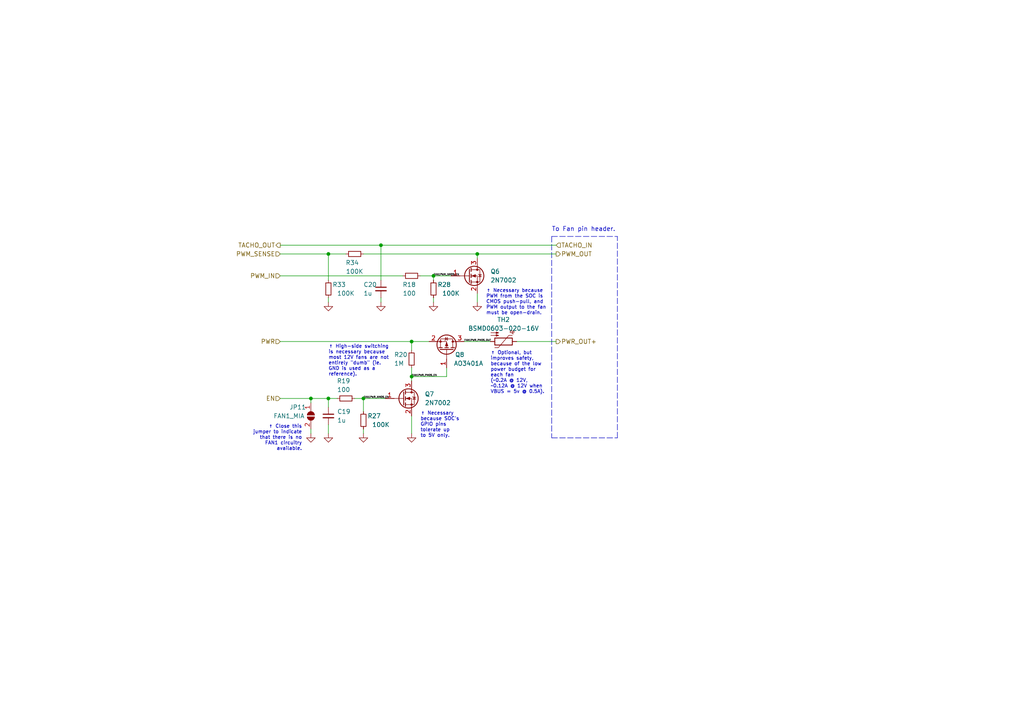
<source format=kicad_sch>
(kicad_sch (version 20211123) (generator eeschema)
  (paper "A4")
  (lib_symbols
    (symbol "Device:C_Small" (pin_numbers hide) (pin_names (offset 0.254) hide)
      (property "Reference" "C" (at 0.254 1.778 0))
      (property "Value" "C_Small" (at 0.254 -2.032 0))
      (symbol "C_Small_0_1"
        (polyline (pts (xy -1.524 -0.508) (xy 1.524 -0.508)) (stroke (width 0.3302)))
        (polyline (pts (xy -1.524 0.508) (xy 1.524 0.508)) (stroke (width 0.3048)))
      )
      (symbol "C_Small_1_1"
        (pin passive line (at 0 2.54 270) (length 2.032) (name "~") (number "1"))
        (pin passive line (at 0 -2.54 90) (length 2.032) (name "~") (number "2"))
      )
    )
    (symbol "Device:R_Small" (pin_numbers hide) (pin_names (offset 0.254) hide)
      (property "Reference" "R" (at 0.762 0.508 0))
      (property "Value" "R_Small" (at 0.762 -1.016 0))
      (symbol "R_Small_0_1"
        (rectangle (start -0.762 1.778) (end 0.762 -1.778) (stroke (width 0.2032)))
      )
      (symbol "R_Small_1_1"
        (pin passive line (at 0 2.54 270) (length 0.762) (name "~") (number "1"))
        (pin passive line (at 0 -2.54 90) (length 0.762) (name "~") (number "2"))
      )
    )
    (symbol "Device:Thermistor_PTC" (pin_numbers hide) (pin_names (offset 0))
      (property "Reference" "TH" (at -4.064 0 90))
      (property "Value" "Thermistor_PTC" (at 3.048 0 90))
      (symbol "Thermistor_PTC_0_1"
        (arc (start -3.048 2.159) (mid -3.0495 2.3143) (end -3.175 2.413))
        (arc (start -3.048 2.159) (mid -2.9736 1.9794) (end -2.794 1.905))
        (arc (start -3.048 2.794) (mid -2.9736 2.6144) (end -2.794 2.54))
        (arc (start -2.794 1.905) (mid -2.6144 1.9794) (end -2.54 2.159))
        (arc (start -2.794 2.54) (mid -2.4393 2.5587) (end -2.159 2.794))
        (arc (start -2.794 3.048) (mid -2.9736 2.9736) (end -3.048 2.794))
        (arc (start -2.54 2.794) (mid -2.6144 2.9736) (end -2.794 3.048))
        (rectangle (start -1.016 2.54) (end 1.016 -2.54) (stroke (width 0.254)))
        (polyline (pts (xy -2.54 2.159) (xy -2.54 2.794)))
        (polyline (pts (xy -1.778 2.54) (xy -1.778 1.524) (xy 1.778 -1.524) (xy 1.778 -2.54)))
        (polyline (pts (xy -2.54 -3.683) (xy -2.54 -1.397) (xy -2.794 -2.159) (xy -2.286 -2.159) (xy -2.54 -1.397) (xy -2.54 -1.651)) (fill (type outline)))
        (polyline (pts (xy -1.778 -3.683) (xy -1.778 -1.397) (xy -2.032 -2.159) (xy -1.524 -2.159) (xy -1.778 -1.397) (xy -1.778 -1.651)) (fill (type outline)))
      )
      (symbol "Thermistor_PTC_1_1"
        (pin passive line (at 0 3.81 270) (length 1.27) (name "~") (number "1"))
        (pin passive line (at 0 -3.81 90) (length 1.27) (name "~") (number "2"))
      )
    )
    (symbol "Jumper:SolderJumper_2_Open" (pin_names (offset 0) hide)
      (property "Reference" "JP" (at 0 2.032 0))
      (property "Value" "SolderJumper_2_Open" (at 0 -2.54 0))
      (symbol "SolderJumper_2_Open_0_1"
        (arc (start -0.254 1.016) (mid -1.27 0) (end -0.254 -1.016))
        (arc (start -0.254 1.016) (mid -1.27 0) (end -0.254 -1.016) (fill (type outline)))
        (polyline (pts (xy -0.254 1.016) (xy -0.254 -1.016)))
        (polyline (pts (xy 0.254 1.016) (xy 0.254 -1.016)))
        (arc (start 0.254 -1.016) (mid 1.27 0) (end 0.254 1.016))
        (arc (start 0.254 -1.016) (mid 1.27 0) (end 0.254 1.016) (fill (type outline)))
      )
      (symbol "SolderJumper_2_Open_1_1"
        (pin passive line (at -3.81 0 0) (length 2.54) (name "A") (number "1"))
        (pin passive line (at 3.81 0 180) (length 2.54) (name "B") (number "2"))
      )
    )
    (symbol "Transistor_FET:2N7002" (pin_names hide)
      (property "Reference" "Q" (at 5.08 1.905 0))
      (property "Value" "2N7002" (at 5.08 0 0))
      (symbol "2N7002_0_1"
        (polyline (pts (xy 0.254 0) (xy -2.54 0)))
        (polyline (pts (xy 0.254 1.905) (xy 0.254 -1.905)) (stroke (width 0.254)))
        (polyline (pts (xy 0.762 -1.27) (xy 0.762 -2.286)) (stroke (width 0.254)))
        (polyline (pts (xy 0.762 0.508) (xy 0.762 -0.508)) (stroke (width 0.254)))
        (polyline (pts (xy 0.762 2.286) (xy 0.762 1.27)) (stroke (width 0.254)))
        (polyline (pts (xy 2.54 2.54) (xy 2.54 1.778)))
        (polyline (pts (xy 2.54 -2.54) (xy 2.54 0) (xy 0.762 0)))
        (polyline (pts (xy 0.762 -1.778) (xy 3.302 -1.778) (xy 3.302 1.778) (xy 0.762 1.778)))
        (polyline (pts (xy 1.016 0) (xy 2.032 0.381) (xy 2.032 -0.381) (xy 1.016 0)) (fill (type outline)))
        (polyline (pts (xy 2.794 0.508) (xy 2.921 0.381) (xy 3.683 0.381) (xy 3.81 0.254)))
        (polyline (pts (xy 3.302 0.381) (xy 2.921 -0.254) (xy 3.683 -0.254) (xy 3.302 0.381)))
        (circle (center 1.651 0) (radius 2.794) (stroke (width 0.254)))
        (circle (center 2.54 -1.778) (radius 0.254) (fill (type outline)))
        (circle (center 2.54 1.778) (radius 0.254) (fill (type outline)))
      )
      (symbol "2N7002_1_1"
        (pin input line (at -5.08 0 0) (length 2.54) (name "G") (number "1"))
        (pin passive line (at 2.54 -5.08 90) (length 2.54) (name "S") (number "2"))
        (pin passive line (at 2.54 5.08 270) (length 2.54) (name "D") (number "3"))
      )
    )
    (symbol "Transistor_FET:AO3401A" (pin_names hide)
      (property "Reference" "Q" (at 5.08 1.905 0))
      (property "Value" "AO3401A" (at 5.08 0 0))
      (symbol "AO3401A_0_1"
        (polyline (pts (xy 0.254 0) (xy -2.54 0)))
        (polyline (pts (xy 0.254 1.905) (xy 0.254 -1.905)) (stroke (width 0.254)))
        (polyline (pts (xy 0.762 -1.27) (xy 0.762 -2.286)) (stroke (width 0.254)))
        (polyline (pts (xy 0.762 0.508) (xy 0.762 -0.508)) (stroke (width 0.254)))
        (polyline (pts (xy 0.762 2.286) (xy 0.762 1.27)) (stroke (width 0.254)))
        (polyline (pts (xy 2.54 2.54) (xy 2.54 1.778)))
        (polyline (pts (xy 2.54 -2.54) (xy 2.54 0) (xy 0.762 0)))
        (polyline (pts (xy 0.762 1.778) (xy 3.302 1.778) (xy 3.302 -1.778) (xy 0.762 -1.778)))
        (polyline (pts (xy 2.286 0) (xy 1.27 0.381) (xy 1.27 -0.381) (xy 2.286 0)) (fill (type outline)))
        (polyline (pts (xy 2.794 -0.508) (xy 2.921 -0.381) (xy 3.683 -0.381) (xy 3.81 -0.254)))
        (polyline (pts (xy 3.302 -0.381) (xy 2.921 0.254) (xy 3.683 0.254) (xy 3.302 -0.381)))
        (circle (center 1.651 0) (radius 2.794) (stroke (width 0.254)))
        (circle (center 2.54 -1.778) (radius 0.254) (fill (type outline)))
        (circle (center 2.54 1.778) (radius 0.254) (fill (type outline)))
      )
      (symbol "AO3401A_1_1"
        (pin input line (at -5.08 0 0) (length 2.54) (name "G") (number "1"))
        (pin passive line (at 2.54 -5.08 90) (length 2.54) (name "S") (number "2"))
        (pin passive line (at 2.54 5.08 270) (length 2.54) (name "D") (number "3"))
      )
    )
    (symbol "power:GND" (power) (pin_names (offset 0))
      (property "Value" "GND" (at 0 -3.81 0))
      (symbol "GND_0_1"
        (polyline (pts (xy 0 0) (xy 0 -1.27) (xy 1.27 -1.27) (xy 0 -2.54) (xy -1.27 -1.27) (xy 0 -1.27)))
      )
      (symbol "GND_1_1"
        (pin power_in line (at 0 0 270) (length 0) hide (name "GND") (number "1"))
      )
    )
  )
  (junction (at 119.38 99.06))
  (junction (at 125.73 80.01))
  (junction (at 119.38 109.22))
  (junction (at 110.49 71.12))
  (junction (at 95.25 73.66))
  (junction (at 138.43 73.66))
  (junction (at 105.41 115.57))
  (junction (at 90.17 115.57))
  (junction (at 95.25 115.57))
  (wire (pts (xy 119.38 99.06) (xy 124.46 99.06)))
  (wire (pts (xy 125.73 80.01) (xy 125.73 81.28)))
  (wire (pts (xy 110.49 71.12) (xy 161.29 71.12)))
  (polyline (pts (xy 160.02 127) (xy 179.07 127)))
  (wire (pts (xy 119.38 99.06) (xy 119.38 101.6)))
  (wire (pts (xy 125.73 80.01) (xy 130.81 80.01)))
  (wire (pts (xy 138.43 73.66) (xy 161.29 73.66)))
  (wire (pts (xy 119.38 125.73) (xy 119.38 120.65)))
  (wire (pts (xy 105.41 124.46) (xy 105.41 125.73)))
  (wire (pts (xy 105.41 73.66) (xy 138.43 73.66)))
  (wire (pts (xy 81.28 73.66) (xy 95.25 73.66)))
  (wire (pts (xy 95.25 115.57) (xy 97.79 115.57)))
  (wire (pts (xy 95.25 86.36) (xy 95.25 87.63)))
  (wire (pts (xy 119.38 109.22) (xy 119.38 110.49)))
  (wire (pts (xy 95.25 123.19) (xy 95.25 125.73)))
  (wire (pts (xy 90.17 115.57) (xy 90.17 116.84)))
  (wire (pts (xy 90.17 115.57) (xy 95.25 115.57)))
  (wire (pts (xy 90.17 124.46) (xy 90.17 125.73)))
  (wire (pts (xy 81.28 71.12) (xy 110.49 71.12)))
  (wire (pts (xy 95.25 115.57) (xy 95.25 118.11)))
  (wire (pts (xy 138.43 73.66) (xy 138.43 74.93)))
  (wire (pts (xy 134.62 99.06) (xy 142.24 99.06)))
  (wire (pts (xy 121.92 80.01) (xy 125.73 80.01)))
  (wire (pts (xy 105.41 115.57) (xy 111.76 115.57)))
  (wire (pts (xy 81.28 115.57) (xy 90.17 115.57)))
  (wire (pts (xy 119.38 109.22) (xy 129.54 109.22)))
  (polyline (pts (xy 160.02 68.58) (xy 179.07 68.58)))
  (wire (pts (xy 81.28 80.01) (xy 116.84 80.01)))
  (wire (pts (xy 102.87 115.57) (xy 105.41 115.57)))
  (wire (pts (xy 138.43 87.63) (xy 138.43 85.09)))
  (wire (pts (xy 95.25 73.66) (xy 95.25 81.28)))
  (polyline (pts (xy 160.02 68.58) (xy 160.02 127)))
  (wire (pts (xy 95.25 73.66) (xy 100.33 73.66)))
  (wire (pts (xy 110.49 87.63) (xy 110.49 86.36)))
  (polyline (pts (xy 179.07 127) (xy 179.07 68.58)))
  (wire (pts (xy 105.41 115.57) (xy 105.41 119.38)))
  (wire (pts (xy 149.86 99.06) (xy 161.29 99.06)))
  (wire (pts (xy 125.73 86.36) (xy 125.73 87.63)))
  (wire (pts (xy 81.28 99.06) (xy 119.38 99.06)))
  (wire (pts (xy 110.49 71.12) (xy 110.49 81.28)))
  (wire (pts (xy 129.54 106.68) (xy 129.54 109.22)))
  (wire (pts (xy 119.38 106.68) (xy 119.38 109.22)))
  (text "To Fan pin header." (at 160.02 67.31 0) (effects (font (size 1.27 1.27)) (justify left bottom)))
  (text "↑ Close this\njumper to indicate\nthat there is no\nFAN1 circuitry\navailable." (at 87.63 130.81 180) (effects (font (size 1 1)) (justify right bottom)))
  (text "↑ High-side switching\nis necessary because\nmost 12V fans are not\nentirely \"dumb\" (ie.\nGND is used as a\nreference).\n" (at 95.25 109.22 0) (effects (font (size 1 1)) (justify left bottom)))
  (text "↑ Optional, but\nimproves safety,\nbecause of the low\npower budget for\neach fan\n(~0.2A @ 12V,\n~0.12A @ 12V when\nVBUS = 5v @ 0.5A)." (at 142.24 114.3 0) (effects (font (size 1 1)) (justify left bottom)))
  (text "↑ Necessary because\nPWM from the SOC is\nCMOS push-pull, and\nPWM output to the fan\nmust be open-drain." (at 140.97 91.44 0) (effects (font (size 1 1)) (justify left bottom)))
  (text "↑ Necessary\nbecause SOC's\nGPIO pins\ntolerate up\nto 5V only." (at 121.92 127 0) (effects (font (size 1 1)) (justify left bottom)))
  (label "FAN1PWM_NMOS_EN" (at 125.73 80.01 0) (effects (font (size 0.5 0.5))))
  (label "FAN1PWR_PMOS_EN" (at 119.38 109.22 0) (effects (font (size 0.5 0.5))))
  (label "FAN1PWR_NMOS_EN" (at 105.41 115.57 0) (effects (font (size 0.5 0.5))))
  (label "FAN1PWR_PMOS_OUT" (at 134.62 99.06 0) (effects (font (size 0.5 0.5))))
  (hierarchical_label "PWR_OUT+" (shape output) (at 161.29 99.06 0))
  (hierarchical_label "PWR" (shape input) (at 81.28 99.06 180))
  (hierarchical_label "EN" (shape input) (at 81.28 115.57 180))
  (hierarchical_label "PWM_OUT" (shape output) (at 161.29 73.66 0))
  (hierarchical_label "TACHO_OUT" (shape output) (at 81.28 71.12 180))
  (hierarchical_label "TACHO_IN" (shape input) (at 161.29 71.12 0))
  (hierarchical_label "PWM_IN" (shape input) (at 81.28 80.01 180))
  (hierarchical_label "PWM_SENSE" (shape input) (at 81.28 73.66 180))
  (symbol (lib_id "Device:R_Small") (at 102.87 73.66 90) (unit 1)
    (property "Reference" "R34" (at 104.14 76.2 90) (effects (justify left)))
    (property "Value" "100K" (at 105.41 78.74 90) (effects (justify left)))
    (property "Footprint" "Resistor_SMD:R_0402_1005Metric_Pad0.72x0.64mm_HandSolder" (effects hide))
  )
  (symbol (lib_id "Device:R_Small") (at 95.25 83.82 180) (unit 1)
    (property "Reference" "R33" (at 100.33 82.55 0) (effects (justify left)))
    (property "Value" "100K" (at 102.87 85.09 0) (effects (justify left)))
    (property "Footprint" "Resistor_SMD:R_0402_1005Metric_Pad0.72x0.64mm_HandSolder" (effects hide))
  )
  (symbol (lib_id "Transistor_FET:AO3401A") (at 129.54 101.6 270) (mirror x) (unit 1)
    (property "Reference" "Q8" (at 133.35 102.87 90))
    (property "Value" "AO3401A" (at 135.89 105.41 90))
    (property "Footprint" "Package_TO_SOT_SMD:SOT-23" (effects hide))
    (property "Datasheet" "http://www.aosmd.com/pdfs/datasheet/AO3401A.pdf" (effects hide))
  )
  (symbol (lib_id "Device:R_Small") (at 100.33 115.57 90) (unit 1)
    (property "Reference" "R19" (at 101.6 110.49 90) (effects (justify left)))
    (property "Value" "100" (at 101.6 113.03 90) (effects (justify left)))
    (property "Footprint" "Resistor_SMD:R_0402_1005Metric_Pad0.72x0.64mm_HandSolder" (effects hide))
  )
  (symbol (lib_id "power:GND") (at 90.17 125.73 0) (unit 1)
    (property "Reference" "#PWR06" (effects hide))
    (property "Value" "GND" (effects hide))
  )
  (symbol (lib_id "Device:C_Small") (at 95.25 120.65 0) (unit 1)
    (property "Reference" "C19" (at 97.79 119.38 0) (effects (justify left)))
    (property "Value" "1u" (at 97.79 121.92 0) (effects (justify left)))
    (property "Footprint" "Capacitor_SMD:C_0402_1005Metric" (effects hide))
    (property "JLCPCB Part" "C52923" (effects hide))
    (property "MFR" "CL05A105KA5NQNC" (effects hide))
  )
  (symbol (lib_id "Device:C_Small") (at 110.49 83.82 0) (unit 1)
    (property "Reference" "C20" (at 105.41 82.55 0) (effects (justify left)))
    (property "Value" "1u" (at 105.41 85.09 0) (effects (justify left)))
    (property "Footprint" "Capacitor_SMD:C_0402_1005Metric" (effects hide))
    (property "JLCPCB Part" "C52923" (effects hide))
    (property "MFR" "CL05A105KA5NQNC" (effects hide))
  )
  (symbol (lib_id "Transistor_FET:2N7002") (at 116.84 115.57 0) (unit 1)
    (property "Reference" "Q7" (at 123.19 114.2999 0) (effects (justify left)))
    (property "Value" "2N7002" (at 123.19 116.8399 0) (effects (justify left)))
    (property "Footprint" "Package_TO_SOT_SMD:SOT-23" (effects hide))
    (property "Datasheet" "https://www.onsemi.com/pub/Collateral/NDS7002A-D.PDF" (effects hide))
  )
  (symbol (lib_id "Device:R_Small") (at 125.73 83.82 180) (unit 1)
    (property "Reference" "R28" (at 130.81 82.55 0) (effects (justify left)))
    (property "Value" "100K" (at 133.35 85.09 0) (effects (justify left)))
    (property "Footprint" "Resistor_SMD:R_0402_1005Metric_Pad0.72x0.64mm_HandSolder" (effects hide))
  )
  (symbol (lib_id "Device:R_Small") (at 119.38 104.14 0) (unit 1)
    (property "Reference" "R20" (at 114.3 102.87 0) (effects (justify left)))
    (property "Value" "1M" (at 114.3 105.41 0) (effects (justify left)))
    (property "Footprint" "Resistor_SMD:R_0402_1005Metric_Pad0.72x0.64mm_HandSolder" (effects hide))
  )
  (symbol (lib_id "power:GND") (at 95.25 125.73 0) (unit 1)
    (property "Reference" "#PWR0111" (effects hide))
    (property "Value" "GND" (effects hide))
  )
  (symbol (lib_id "power:GND") (at 138.43 87.63 0) (unit 1)
    (property "Reference" "#PWR0126" (effects hide))
    (property "Value" "GND" (effects hide))
  )
  (symbol (lib_id "power:GND") (at 119.38 125.73 0) (unit 1)
    (property "Reference" "#PWR0117" (effects hide))
    (property "Value" "GND" (effects hide))
  )
  (symbol (lib_id "power:GND") (at 125.73 87.63 0) (unit 1)
    (property "Reference" "#PWR0139" (effects hide))
    (property "Value" "GND" (effects hide))
  )
  (symbol (lib_id "Device:R_Small") (at 119.38 80.01 90) (unit 1)
    (property "Reference" "R18" (at 120.65 82.55 90) (effects (justify left)))
    (property "Value" "100" (at 120.65 85.09 90) (effects (justify left)))
    (property "Footprint" "Resistor_SMD:R_0402_1005Metric_Pad0.72x0.64mm_HandSolder" (effects hide))
  )
  (symbol (lib_id "Device:R_Small") (at 105.41 121.92 180) (unit 1)
    (property "Reference" "R27" (at 110.49 120.65 0) (effects (justify left)))
    (property "Value" "100K" (at 113.03 123.19 0) (effects (justify left)))
    (property "Footprint" "Resistor_SMD:R_0402_1005Metric_Pad0.72x0.64mm_HandSolder" (effects hide))
  )
  (symbol (lib_id "power:GND") (at 95.25 87.63 0) (unit 1)
    (property "Reference" "#PWR0145" (effects hide))
    (property "Value" "GND" (effects hide))
  )
  (symbol (lib_id "power:GND") (at 110.49 87.63 0) (unit 1)
    (property "Reference" "#PWR0116" (effects hide))
    (property "Value" "GND" (effects hide))
  )
  (symbol (lib_id "power:GND") (at 105.41 125.73 0) (unit 1)
    (property "Reference" "#PWR0141" (effects hide))
    (property "Value" "GND" (effects hide))
  )
  (symbol (lib_id "Transistor_FET:2N7002") (at 135.89 80.01 0) (unit 1)
    (property "Reference" "Q6" (at 142.24 78.7399 0) (effects (justify left)))
    (property "Value" "2N7002" (at 142.24 81.2799 0) (effects (justify left)))
    (property "Footprint" "Package_TO_SOT_SMD:SOT-23" (effects hide))
    (property "Datasheet" "https://www.onsemi.com/pub/Collateral/NDS7002A-D.PDF" (effects hide))
  )
  (symbol (lib_id "Device:Thermistor_PTC") (at 146.05 99.06 270) (unit 1)
    (property "Reference" "TH2" (at 146.05 92.71 90))
    (property "Value" "BSMD0603-020-16V" (at 146.05 95.25 90))
    (property "Footprint" "Resistor_SMD:R_0603_1608Metric" (effects hide))
    (property "Datasheet" "https://datasheet.lcsc.com/lcsc/2305121423_BHFUSE-BSMD0603-020-16V_C883092.pdf" (effects hide))
    (property "MFR" "BSMD0603-020-16V" (effects hide))
    (property "JLCPCB Part" "C883092" (effects hide))
  )
  (symbol (lib_id "Jumper:SolderJumper_2_Open") (at 90.17 120.65 270) (unit 1)
    (property "Reference" "JP11" (at 86.36 118.11 90))
    (property "Value" "FAN1_MIA" (at 83.82 120.65 90))
    (property "Footprint" "Jumper:SolderJumper-2_P1.3mm_Open_RoundedPad1.0x1.5mm" (effects hide))
  )
)
</source>
